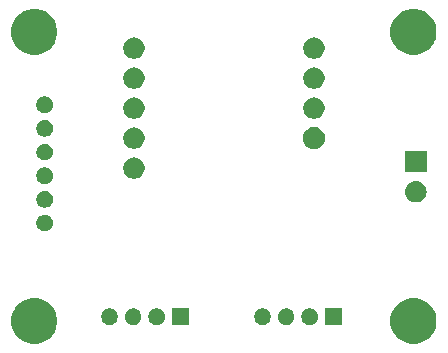
<source format=gbr>
G04 #@! TF.GenerationSoftware,KiCad,Pcbnew,(5.1.2)-1*
G04 #@! TF.CreationDate,2020-12-18T00:18:45+09:00*
G04 #@! TF.ProjectId,M5Atom_CAN,4d354174-6f6d-45f4-9341-4e2e6b696361,rev?*
G04 #@! TF.SameCoordinates,Original*
G04 #@! TF.FileFunction,Soldermask,Top*
G04 #@! TF.FilePolarity,Negative*
%FSLAX46Y46*%
G04 Gerber Fmt 4.6, Leading zero omitted, Abs format (unit mm)*
G04 Created by KiCad (PCBNEW (5.1.2)-1) date 2020-12-18 00:18:45*
%MOMM*%
%LPD*%
G04 APERTURE LIST*
%ADD10C,0.100000*%
G04 APERTURE END LIST*
D10*
G36*
X166733085Y-134823975D02*
G01*
X167088143Y-134971045D01*
X167088145Y-134971046D01*
X167407690Y-135184559D01*
X167679441Y-135456310D01*
X167815501Y-135659939D01*
X167892955Y-135775857D01*
X168040025Y-136130915D01*
X168115000Y-136507842D01*
X168115000Y-136892158D01*
X168040025Y-137269085D01*
X167892955Y-137624143D01*
X167892954Y-137624145D01*
X167679441Y-137943690D01*
X167407690Y-138215441D01*
X167088145Y-138428954D01*
X167088144Y-138428955D01*
X167088143Y-138428955D01*
X166733085Y-138576025D01*
X166356158Y-138651000D01*
X165971842Y-138651000D01*
X165594915Y-138576025D01*
X165239857Y-138428955D01*
X165239856Y-138428955D01*
X165239855Y-138428954D01*
X164920310Y-138215441D01*
X164648559Y-137943690D01*
X164435046Y-137624145D01*
X164435045Y-137624143D01*
X164287975Y-137269085D01*
X164213000Y-136892158D01*
X164213000Y-136507842D01*
X164287975Y-136130915D01*
X164435045Y-135775857D01*
X164512499Y-135659939D01*
X164648559Y-135456310D01*
X164920310Y-135184559D01*
X165239855Y-134971046D01*
X165239857Y-134971045D01*
X165594915Y-134823975D01*
X165971842Y-134749000D01*
X166356158Y-134749000D01*
X166733085Y-134823975D01*
X166733085Y-134823975D01*
G37*
G36*
X134633085Y-134823975D02*
G01*
X134988143Y-134971045D01*
X134988145Y-134971046D01*
X135307690Y-135184559D01*
X135579441Y-135456310D01*
X135715501Y-135659939D01*
X135792955Y-135775857D01*
X135940025Y-136130915D01*
X136015000Y-136507842D01*
X136015000Y-136892158D01*
X135940025Y-137269085D01*
X135792955Y-137624143D01*
X135792954Y-137624145D01*
X135579441Y-137943690D01*
X135307690Y-138215441D01*
X134988145Y-138428954D01*
X134988144Y-138428955D01*
X134988143Y-138428955D01*
X134633085Y-138576025D01*
X134256158Y-138651000D01*
X133871842Y-138651000D01*
X133494915Y-138576025D01*
X133139857Y-138428955D01*
X133139856Y-138428955D01*
X133139855Y-138428954D01*
X132820310Y-138215441D01*
X132548559Y-137943690D01*
X132335046Y-137624145D01*
X132335045Y-137624143D01*
X132187975Y-137269085D01*
X132113000Y-136892158D01*
X132113000Y-136507842D01*
X132187975Y-136130915D01*
X132335045Y-135775857D01*
X132412499Y-135659939D01*
X132548559Y-135456310D01*
X132820310Y-135184559D01*
X133139855Y-134971046D01*
X133139857Y-134971045D01*
X133494915Y-134823975D01*
X133871842Y-134749000D01*
X134256158Y-134749000D01*
X134633085Y-134823975D01*
X134633085Y-134823975D01*
G37*
G36*
X147132000Y-137035000D02*
G01*
X145730000Y-137035000D01*
X145730000Y-135633000D01*
X147132000Y-135633000D01*
X147132000Y-137035000D01*
X147132000Y-137035000D01*
G37*
G36*
X144635473Y-135659938D02*
G01*
X144763049Y-135712782D01*
X144877859Y-135789495D01*
X144975505Y-135887141D01*
X145052218Y-136001951D01*
X145105062Y-136129527D01*
X145132000Y-136264956D01*
X145132000Y-136403044D01*
X145105062Y-136538473D01*
X145052218Y-136666049D01*
X144975505Y-136780859D01*
X144877859Y-136878505D01*
X144763049Y-136955218D01*
X144635473Y-137008062D01*
X144500044Y-137035000D01*
X144361956Y-137035000D01*
X144226527Y-137008062D01*
X144098951Y-136955218D01*
X143984141Y-136878505D01*
X143886495Y-136780859D01*
X143809782Y-136666049D01*
X143756938Y-136538473D01*
X143730000Y-136403044D01*
X143730000Y-136264956D01*
X143756938Y-136129527D01*
X143809782Y-136001951D01*
X143886495Y-135887141D01*
X143984141Y-135789495D01*
X144098951Y-135712782D01*
X144226527Y-135659938D01*
X144361956Y-135633000D01*
X144500044Y-135633000D01*
X144635473Y-135659938D01*
X144635473Y-135659938D01*
G37*
G36*
X142635473Y-135659938D02*
G01*
X142763049Y-135712782D01*
X142877859Y-135789495D01*
X142975505Y-135887141D01*
X143052218Y-136001951D01*
X143105062Y-136129527D01*
X143132000Y-136264956D01*
X143132000Y-136403044D01*
X143105062Y-136538473D01*
X143052218Y-136666049D01*
X142975505Y-136780859D01*
X142877859Y-136878505D01*
X142763049Y-136955218D01*
X142635473Y-137008062D01*
X142500044Y-137035000D01*
X142361956Y-137035000D01*
X142226527Y-137008062D01*
X142098951Y-136955218D01*
X141984141Y-136878505D01*
X141886495Y-136780859D01*
X141809782Y-136666049D01*
X141756938Y-136538473D01*
X141730000Y-136403044D01*
X141730000Y-136264956D01*
X141756938Y-136129527D01*
X141809782Y-136001951D01*
X141886495Y-135887141D01*
X141984141Y-135789495D01*
X142098951Y-135712782D01*
X142226527Y-135659938D01*
X142361956Y-135633000D01*
X142500044Y-135633000D01*
X142635473Y-135659938D01*
X142635473Y-135659938D01*
G37*
G36*
X140635473Y-135659938D02*
G01*
X140763049Y-135712782D01*
X140877859Y-135789495D01*
X140975505Y-135887141D01*
X141052218Y-136001951D01*
X141105062Y-136129527D01*
X141132000Y-136264956D01*
X141132000Y-136403044D01*
X141105062Y-136538473D01*
X141052218Y-136666049D01*
X140975505Y-136780859D01*
X140877859Y-136878505D01*
X140763049Y-136955218D01*
X140635473Y-137008062D01*
X140500044Y-137035000D01*
X140361956Y-137035000D01*
X140226527Y-137008062D01*
X140098951Y-136955218D01*
X139984141Y-136878505D01*
X139886495Y-136780859D01*
X139809782Y-136666049D01*
X139756938Y-136538473D01*
X139730000Y-136403044D01*
X139730000Y-136264956D01*
X139756938Y-136129527D01*
X139809782Y-136001951D01*
X139886495Y-135887141D01*
X139984141Y-135789495D01*
X140098951Y-135712782D01*
X140226527Y-135659938D01*
X140361956Y-135633000D01*
X140500044Y-135633000D01*
X140635473Y-135659938D01*
X140635473Y-135659938D01*
G37*
G36*
X160086000Y-137035000D02*
G01*
X158684000Y-137035000D01*
X158684000Y-135633000D01*
X160086000Y-135633000D01*
X160086000Y-137035000D01*
X160086000Y-137035000D01*
G37*
G36*
X157589473Y-135659938D02*
G01*
X157717049Y-135712782D01*
X157831859Y-135789495D01*
X157929505Y-135887141D01*
X158006218Y-136001951D01*
X158059062Y-136129527D01*
X158086000Y-136264956D01*
X158086000Y-136403044D01*
X158059062Y-136538473D01*
X158006218Y-136666049D01*
X157929505Y-136780859D01*
X157831859Y-136878505D01*
X157717049Y-136955218D01*
X157589473Y-137008062D01*
X157454044Y-137035000D01*
X157315956Y-137035000D01*
X157180527Y-137008062D01*
X157052951Y-136955218D01*
X156938141Y-136878505D01*
X156840495Y-136780859D01*
X156763782Y-136666049D01*
X156710938Y-136538473D01*
X156684000Y-136403044D01*
X156684000Y-136264956D01*
X156710938Y-136129527D01*
X156763782Y-136001951D01*
X156840495Y-135887141D01*
X156938141Y-135789495D01*
X157052951Y-135712782D01*
X157180527Y-135659938D01*
X157315956Y-135633000D01*
X157454044Y-135633000D01*
X157589473Y-135659938D01*
X157589473Y-135659938D01*
G37*
G36*
X155589473Y-135659938D02*
G01*
X155717049Y-135712782D01*
X155831859Y-135789495D01*
X155929505Y-135887141D01*
X156006218Y-136001951D01*
X156059062Y-136129527D01*
X156086000Y-136264956D01*
X156086000Y-136403044D01*
X156059062Y-136538473D01*
X156006218Y-136666049D01*
X155929505Y-136780859D01*
X155831859Y-136878505D01*
X155717049Y-136955218D01*
X155589473Y-137008062D01*
X155454044Y-137035000D01*
X155315956Y-137035000D01*
X155180527Y-137008062D01*
X155052951Y-136955218D01*
X154938141Y-136878505D01*
X154840495Y-136780859D01*
X154763782Y-136666049D01*
X154710938Y-136538473D01*
X154684000Y-136403044D01*
X154684000Y-136264956D01*
X154710938Y-136129527D01*
X154763782Y-136001951D01*
X154840495Y-135887141D01*
X154938141Y-135789495D01*
X155052951Y-135712782D01*
X155180527Y-135659938D01*
X155315956Y-135633000D01*
X155454044Y-135633000D01*
X155589473Y-135659938D01*
X155589473Y-135659938D01*
G37*
G36*
X153589473Y-135659938D02*
G01*
X153717049Y-135712782D01*
X153831859Y-135789495D01*
X153929505Y-135887141D01*
X154006218Y-136001951D01*
X154059062Y-136129527D01*
X154086000Y-136264956D01*
X154086000Y-136403044D01*
X154059062Y-136538473D01*
X154006218Y-136666049D01*
X153929505Y-136780859D01*
X153831859Y-136878505D01*
X153717049Y-136955218D01*
X153589473Y-137008062D01*
X153454044Y-137035000D01*
X153315956Y-137035000D01*
X153180527Y-137008062D01*
X153052951Y-136955218D01*
X152938141Y-136878505D01*
X152840495Y-136780859D01*
X152763782Y-136666049D01*
X152710938Y-136538473D01*
X152684000Y-136403044D01*
X152684000Y-136264956D01*
X152710938Y-136129527D01*
X152763782Y-136001951D01*
X152840495Y-135887141D01*
X152938141Y-135789495D01*
X153052951Y-135712782D01*
X153180527Y-135659938D01*
X153315956Y-135633000D01*
X153454044Y-135633000D01*
X153589473Y-135659938D01*
X153589473Y-135659938D01*
G37*
G36*
X135142473Y-127722938D02*
G01*
X135270049Y-127775782D01*
X135384859Y-127852495D01*
X135482505Y-127950141D01*
X135559218Y-128064951D01*
X135612062Y-128192527D01*
X135639000Y-128327956D01*
X135639000Y-128466044D01*
X135612062Y-128601473D01*
X135559218Y-128729049D01*
X135482505Y-128843859D01*
X135384859Y-128941505D01*
X135270049Y-129018218D01*
X135142473Y-129071062D01*
X135007044Y-129098000D01*
X134868956Y-129098000D01*
X134733527Y-129071062D01*
X134605951Y-129018218D01*
X134491141Y-128941505D01*
X134393495Y-128843859D01*
X134316782Y-128729049D01*
X134263938Y-128601473D01*
X134237000Y-128466044D01*
X134237000Y-128327956D01*
X134263938Y-128192527D01*
X134316782Y-128064951D01*
X134393495Y-127950141D01*
X134491141Y-127852495D01*
X134605951Y-127775782D01*
X134733527Y-127722938D01*
X134868956Y-127696000D01*
X135007044Y-127696000D01*
X135142473Y-127722938D01*
X135142473Y-127722938D01*
G37*
G36*
X135142473Y-125722938D02*
G01*
X135270049Y-125775782D01*
X135384859Y-125852495D01*
X135482505Y-125950141D01*
X135559218Y-126064951D01*
X135612062Y-126192527D01*
X135639000Y-126327956D01*
X135639000Y-126466044D01*
X135612062Y-126601473D01*
X135559218Y-126729049D01*
X135482505Y-126843859D01*
X135384859Y-126941505D01*
X135270049Y-127018218D01*
X135142473Y-127071062D01*
X135007044Y-127098000D01*
X134868956Y-127098000D01*
X134733527Y-127071062D01*
X134605951Y-127018218D01*
X134491141Y-126941505D01*
X134393495Y-126843859D01*
X134316782Y-126729049D01*
X134263938Y-126601473D01*
X134237000Y-126466044D01*
X134237000Y-126327956D01*
X134263938Y-126192527D01*
X134316782Y-126064951D01*
X134393495Y-125950141D01*
X134491141Y-125852495D01*
X134605951Y-125775782D01*
X134733527Y-125722938D01*
X134868956Y-125696000D01*
X135007044Y-125696000D01*
X135142473Y-125722938D01*
X135142473Y-125722938D01*
G37*
G36*
X166480443Y-124860519D02*
G01*
X166546627Y-124867037D01*
X166716466Y-124918557D01*
X166872991Y-125002222D01*
X166892482Y-125018218D01*
X167010186Y-125114814D01*
X167093448Y-125216271D01*
X167122778Y-125252009D01*
X167206443Y-125408534D01*
X167257963Y-125578373D01*
X167275359Y-125755000D01*
X167257963Y-125931627D01*
X167206443Y-126101466D01*
X167122778Y-126257991D01*
X167093448Y-126293729D01*
X167010186Y-126395186D01*
X166923846Y-126466042D01*
X166872991Y-126507778D01*
X166716466Y-126591443D01*
X166546627Y-126642963D01*
X166480443Y-126649481D01*
X166414260Y-126656000D01*
X166325740Y-126656000D01*
X166259557Y-126649481D01*
X166193373Y-126642963D01*
X166023534Y-126591443D01*
X165867009Y-126507778D01*
X165816154Y-126466042D01*
X165729814Y-126395186D01*
X165646552Y-126293729D01*
X165617222Y-126257991D01*
X165533557Y-126101466D01*
X165482037Y-125931627D01*
X165464641Y-125755000D01*
X165482037Y-125578373D01*
X165533557Y-125408534D01*
X165617222Y-125252009D01*
X165646552Y-125216271D01*
X165729814Y-125114814D01*
X165847518Y-125018218D01*
X165867009Y-125002222D01*
X166023534Y-124918557D01*
X166193373Y-124867037D01*
X166259557Y-124860519D01*
X166325740Y-124854000D01*
X166414260Y-124854000D01*
X166480443Y-124860519D01*
X166480443Y-124860519D01*
G37*
G36*
X135142473Y-123722938D02*
G01*
X135270049Y-123775782D01*
X135384859Y-123852495D01*
X135482505Y-123950141D01*
X135559218Y-124064951D01*
X135612062Y-124192527D01*
X135639000Y-124327956D01*
X135639000Y-124466044D01*
X135612062Y-124601473D01*
X135559218Y-124729049D01*
X135482505Y-124843859D01*
X135384859Y-124941505D01*
X135270049Y-125018218D01*
X135142473Y-125071062D01*
X135007044Y-125098000D01*
X134868956Y-125098000D01*
X134733527Y-125071062D01*
X134605951Y-125018218D01*
X134491141Y-124941505D01*
X134393495Y-124843859D01*
X134316782Y-124729049D01*
X134263938Y-124601473D01*
X134237000Y-124466044D01*
X134237000Y-124327956D01*
X134263938Y-124192527D01*
X134316782Y-124064951D01*
X134393495Y-123950141D01*
X134491141Y-123852495D01*
X134605951Y-123775782D01*
X134733527Y-123722938D01*
X134868956Y-123696000D01*
X135007044Y-123696000D01*
X135142473Y-123722938D01*
X135142473Y-123722938D01*
G37*
G36*
X142607512Y-122865927D02*
G01*
X142756812Y-122895624D01*
X142920784Y-122963544D01*
X143068354Y-123062147D01*
X143193853Y-123187646D01*
X143292456Y-123335216D01*
X143360376Y-123499188D01*
X143395000Y-123673259D01*
X143395000Y-123850741D01*
X143360376Y-124024812D01*
X143292456Y-124188784D01*
X143193853Y-124336354D01*
X143068354Y-124461853D01*
X142920784Y-124560456D01*
X142756812Y-124628376D01*
X142607512Y-124658073D01*
X142582742Y-124663000D01*
X142405258Y-124663000D01*
X142380488Y-124658073D01*
X142231188Y-124628376D01*
X142067216Y-124560456D01*
X141919646Y-124461853D01*
X141794147Y-124336354D01*
X141695544Y-124188784D01*
X141627624Y-124024812D01*
X141593000Y-123850741D01*
X141593000Y-123673259D01*
X141627624Y-123499188D01*
X141695544Y-123335216D01*
X141794147Y-123187646D01*
X141919646Y-123062147D01*
X142067216Y-122963544D01*
X142231188Y-122895624D01*
X142380488Y-122865927D01*
X142405258Y-122861000D01*
X142582742Y-122861000D01*
X142607512Y-122865927D01*
X142607512Y-122865927D01*
G37*
G36*
X167271000Y-124116000D02*
G01*
X165469000Y-124116000D01*
X165469000Y-122314000D01*
X167271000Y-122314000D01*
X167271000Y-124116000D01*
X167271000Y-124116000D01*
G37*
G36*
X135142473Y-121722938D02*
G01*
X135270049Y-121775782D01*
X135384859Y-121852495D01*
X135482505Y-121950141D01*
X135559218Y-122064951D01*
X135612062Y-122192527D01*
X135639000Y-122327956D01*
X135639000Y-122466044D01*
X135612062Y-122601473D01*
X135559218Y-122729049D01*
X135482505Y-122843859D01*
X135384859Y-122941505D01*
X135270049Y-123018218D01*
X135142473Y-123071062D01*
X135007044Y-123098000D01*
X134868956Y-123098000D01*
X134733527Y-123071062D01*
X134605951Y-123018218D01*
X134491141Y-122941505D01*
X134393495Y-122843859D01*
X134316782Y-122729049D01*
X134263938Y-122601473D01*
X134237000Y-122466044D01*
X134237000Y-122327956D01*
X134263938Y-122192527D01*
X134316782Y-122064951D01*
X134393495Y-121950141D01*
X134491141Y-121852495D01*
X134605951Y-121775782D01*
X134733527Y-121722938D01*
X134868956Y-121696000D01*
X135007044Y-121696000D01*
X135142473Y-121722938D01*
X135142473Y-121722938D01*
G37*
G36*
X158007925Y-120318988D02*
G01*
X158178829Y-120389779D01*
X158178831Y-120389780D01*
X158229362Y-120423544D01*
X158332641Y-120492553D01*
X158463447Y-120623359D01*
X158566221Y-120777171D01*
X158637012Y-120948075D01*
X158673100Y-121129505D01*
X158673100Y-121314495D01*
X158637012Y-121495925D01*
X158566221Y-121666829D01*
X158566220Y-121666831D01*
X158463447Y-121820641D01*
X158332641Y-121951447D01*
X158178831Y-122054220D01*
X158178830Y-122054221D01*
X158178829Y-122054221D01*
X158007925Y-122125012D01*
X157826495Y-122161100D01*
X157641505Y-122161100D01*
X157460075Y-122125012D01*
X157289171Y-122054221D01*
X157289170Y-122054221D01*
X157289169Y-122054220D01*
X157135359Y-121951447D01*
X157004553Y-121820641D01*
X156901780Y-121666831D01*
X156901779Y-121666829D01*
X156830988Y-121495925D01*
X156794900Y-121314495D01*
X156794900Y-121129505D01*
X156830988Y-120948075D01*
X156901779Y-120777171D01*
X157004553Y-120623359D01*
X157135359Y-120492553D01*
X157238638Y-120423544D01*
X157289169Y-120389780D01*
X157289171Y-120389779D01*
X157460075Y-120318988D01*
X157641505Y-120282900D01*
X157826495Y-120282900D01*
X158007925Y-120318988D01*
X158007925Y-120318988D01*
G37*
G36*
X142607512Y-120325927D02*
G01*
X142756812Y-120355624D01*
X142920784Y-120423544D01*
X143068354Y-120522147D01*
X143193853Y-120647646D01*
X143292456Y-120795216D01*
X143360376Y-120959188D01*
X143395000Y-121133259D01*
X143395000Y-121310741D01*
X143360376Y-121484812D01*
X143292456Y-121648784D01*
X143193853Y-121796354D01*
X143068354Y-121921853D01*
X142920784Y-122020456D01*
X142756812Y-122088376D01*
X142607512Y-122118073D01*
X142582742Y-122123000D01*
X142405258Y-122123000D01*
X142380488Y-122118073D01*
X142231188Y-122088376D01*
X142067216Y-122020456D01*
X141919646Y-121921853D01*
X141794147Y-121796354D01*
X141695544Y-121648784D01*
X141627624Y-121484812D01*
X141593000Y-121310741D01*
X141593000Y-121133259D01*
X141627624Y-120959188D01*
X141695544Y-120795216D01*
X141794147Y-120647646D01*
X141919646Y-120522147D01*
X142067216Y-120423544D01*
X142231188Y-120355624D01*
X142380488Y-120325927D01*
X142405258Y-120321000D01*
X142582742Y-120321000D01*
X142607512Y-120325927D01*
X142607512Y-120325927D01*
G37*
G36*
X135142473Y-119722938D02*
G01*
X135270049Y-119775782D01*
X135384859Y-119852495D01*
X135482505Y-119950141D01*
X135559218Y-120064951D01*
X135612062Y-120192527D01*
X135639000Y-120327956D01*
X135639000Y-120466044D01*
X135612062Y-120601473D01*
X135559218Y-120729049D01*
X135482505Y-120843859D01*
X135384859Y-120941505D01*
X135270049Y-121018218D01*
X135142473Y-121071062D01*
X135007044Y-121098000D01*
X134868956Y-121098000D01*
X134733527Y-121071062D01*
X134605951Y-121018218D01*
X134491141Y-120941505D01*
X134393495Y-120843859D01*
X134316782Y-120729049D01*
X134263938Y-120601473D01*
X134237000Y-120466044D01*
X134237000Y-120327956D01*
X134263938Y-120192527D01*
X134316782Y-120064951D01*
X134393495Y-119950141D01*
X134491141Y-119852495D01*
X134605951Y-119775782D01*
X134733527Y-119722938D01*
X134868956Y-119696000D01*
X135007044Y-119696000D01*
X135142473Y-119722938D01*
X135142473Y-119722938D01*
G37*
G36*
X142607512Y-117785927D02*
G01*
X142756812Y-117815624D01*
X142920784Y-117883544D01*
X143068354Y-117982147D01*
X143193853Y-118107646D01*
X143292456Y-118255216D01*
X143360376Y-118419188D01*
X143395000Y-118593259D01*
X143395000Y-118770741D01*
X143360376Y-118944812D01*
X143292456Y-119108784D01*
X143193853Y-119256354D01*
X143068354Y-119381853D01*
X142920784Y-119480456D01*
X142756812Y-119548376D01*
X142607512Y-119578073D01*
X142582742Y-119583000D01*
X142405258Y-119583000D01*
X142380488Y-119578073D01*
X142231188Y-119548376D01*
X142067216Y-119480456D01*
X141919646Y-119381853D01*
X141794147Y-119256354D01*
X141695544Y-119108784D01*
X141627624Y-118944812D01*
X141593000Y-118770741D01*
X141593000Y-118593259D01*
X141627624Y-118419188D01*
X141695544Y-118255216D01*
X141794147Y-118107646D01*
X141919646Y-117982147D01*
X142067216Y-117883544D01*
X142231188Y-117815624D01*
X142380488Y-117785927D01*
X142405258Y-117781000D01*
X142582742Y-117781000D01*
X142607512Y-117785927D01*
X142607512Y-117785927D01*
G37*
G36*
X157847512Y-117785927D02*
G01*
X157996812Y-117815624D01*
X158160784Y-117883544D01*
X158308354Y-117982147D01*
X158433853Y-118107646D01*
X158532456Y-118255216D01*
X158600376Y-118419188D01*
X158635000Y-118593259D01*
X158635000Y-118770741D01*
X158600376Y-118944812D01*
X158532456Y-119108784D01*
X158433853Y-119256354D01*
X158308354Y-119381853D01*
X158160784Y-119480456D01*
X157996812Y-119548376D01*
X157847512Y-119578073D01*
X157822742Y-119583000D01*
X157645258Y-119583000D01*
X157620488Y-119578073D01*
X157471188Y-119548376D01*
X157307216Y-119480456D01*
X157159646Y-119381853D01*
X157034147Y-119256354D01*
X156935544Y-119108784D01*
X156867624Y-118944812D01*
X156833000Y-118770741D01*
X156833000Y-118593259D01*
X156867624Y-118419188D01*
X156935544Y-118255216D01*
X157034147Y-118107646D01*
X157159646Y-117982147D01*
X157307216Y-117883544D01*
X157471188Y-117815624D01*
X157620488Y-117785927D01*
X157645258Y-117781000D01*
X157822742Y-117781000D01*
X157847512Y-117785927D01*
X157847512Y-117785927D01*
G37*
G36*
X135142473Y-117722938D02*
G01*
X135270049Y-117775782D01*
X135384859Y-117852495D01*
X135482505Y-117950141D01*
X135559218Y-118064951D01*
X135612062Y-118192527D01*
X135639000Y-118327956D01*
X135639000Y-118466044D01*
X135612062Y-118601473D01*
X135559218Y-118729049D01*
X135482505Y-118843859D01*
X135384859Y-118941505D01*
X135270049Y-119018218D01*
X135142473Y-119071062D01*
X135007044Y-119098000D01*
X134868956Y-119098000D01*
X134733527Y-119071062D01*
X134605951Y-119018218D01*
X134491141Y-118941505D01*
X134393495Y-118843859D01*
X134316782Y-118729049D01*
X134263938Y-118601473D01*
X134237000Y-118466044D01*
X134237000Y-118327956D01*
X134263938Y-118192527D01*
X134316782Y-118064951D01*
X134393495Y-117950141D01*
X134491141Y-117852495D01*
X134605951Y-117775782D01*
X134733527Y-117722938D01*
X134868956Y-117696000D01*
X135007044Y-117696000D01*
X135142473Y-117722938D01*
X135142473Y-117722938D01*
G37*
G36*
X157847512Y-115245927D02*
G01*
X157996812Y-115275624D01*
X158160784Y-115343544D01*
X158308354Y-115442147D01*
X158433853Y-115567646D01*
X158532456Y-115715216D01*
X158600376Y-115879188D01*
X158635000Y-116053259D01*
X158635000Y-116230741D01*
X158600376Y-116404812D01*
X158532456Y-116568784D01*
X158433853Y-116716354D01*
X158308354Y-116841853D01*
X158160784Y-116940456D01*
X157996812Y-117008376D01*
X157847512Y-117038073D01*
X157822742Y-117043000D01*
X157645258Y-117043000D01*
X157620488Y-117038073D01*
X157471188Y-117008376D01*
X157307216Y-116940456D01*
X157159646Y-116841853D01*
X157034147Y-116716354D01*
X156935544Y-116568784D01*
X156867624Y-116404812D01*
X156833000Y-116230741D01*
X156833000Y-116053259D01*
X156867624Y-115879188D01*
X156935544Y-115715216D01*
X157034147Y-115567646D01*
X157159646Y-115442147D01*
X157307216Y-115343544D01*
X157471188Y-115275624D01*
X157620488Y-115245927D01*
X157645258Y-115241000D01*
X157822742Y-115241000D01*
X157847512Y-115245927D01*
X157847512Y-115245927D01*
G37*
G36*
X142607512Y-115245927D02*
G01*
X142756812Y-115275624D01*
X142920784Y-115343544D01*
X143068354Y-115442147D01*
X143193853Y-115567646D01*
X143292456Y-115715216D01*
X143360376Y-115879188D01*
X143395000Y-116053259D01*
X143395000Y-116230741D01*
X143360376Y-116404812D01*
X143292456Y-116568784D01*
X143193853Y-116716354D01*
X143068354Y-116841853D01*
X142920784Y-116940456D01*
X142756812Y-117008376D01*
X142607512Y-117038073D01*
X142582742Y-117043000D01*
X142405258Y-117043000D01*
X142380488Y-117038073D01*
X142231188Y-117008376D01*
X142067216Y-116940456D01*
X141919646Y-116841853D01*
X141794147Y-116716354D01*
X141695544Y-116568784D01*
X141627624Y-116404812D01*
X141593000Y-116230741D01*
X141593000Y-116053259D01*
X141627624Y-115879188D01*
X141695544Y-115715216D01*
X141794147Y-115567646D01*
X141919646Y-115442147D01*
X142067216Y-115343544D01*
X142231188Y-115275624D01*
X142380488Y-115245927D01*
X142405258Y-115241000D01*
X142582742Y-115241000D01*
X142607512Y-115245927D01*
X142607512Y-115245927D01*
G37*
G36*
X157847512Y-112705927D02*
G01*
X157996812Y-112735624D01*
X158160784Y-112803544D01*
X158308354Y-112902147D01*
X158433853Y-113027646D01*
X158532456Y-113175216D01*
X158600376Y-113339188D01*
X158635000Y-113513259D01*
X158635000Y-113690741D01*
X158600376Y-113864812D01*
X158532456Y-114028784D01*
X158433853Y-114176354D01*
X158308354Y-114301853D01*
X158160784Y-114400456D01*
X157996812Y-114468376D01*
X157847512Y-114498073D01*
X157822742Y-114503000D01*
X157645258Y-114503000D01*
X157620488Y-114498073D01*
X157471188Y-114468376D01*
X157307216Y-114400456D01*
X157159646Y-114301853D01*
X157034147Y-114176354D01*
X156935544Y-114028784D01*
X156867624Y-113864812D01*
X156833000Y-113690741D01*
X156833000Y-113513259D01*
X156867624Y-113339188D01*
X156935544Y-113175216D01*
X157034147Y-113027646D01*
X157159646Y-112902147D01*
X157307216Y-112803544D01*
X157471188Y-112735624D01*
X157620488Y-112705927D01*
X157645258Y-112701000D01*
X157822742Y-112701000D01*
X157847512Y-112705927D01*
X157847512Y-112705927D01*
G37*
G36*
X142607512Y-112705927D02*
G01*
X142756812Y-112735624D01*
X142920784Y-112803544D01*
X143068354Y-112902147D01*
X143193853Y-113027646D01*
X143292456Y-113175216D01*
X143360376Y-113339188D01*
X143395000Y-113513259D01*
X143395000Y-113690741D01*
X143360376Y-113864812D01*
X143292456Y-114028784D01*
X143193853Y-114176354D01*
X143068354Y-114301853D01*
X142920784Y-114400456D01*
X142756812Y-114468376D01*
X142607512Y-114498073D01*
X142582742Y-114503000D01*
X142405258Y-114503000D01*
X142380488Y-114498073D01*
X142231188Y-114468376D01*
X142067216Y-114400456D01*
X141919646Y-114301853D01*
X141794147Y-114176354D01*
X141695544Y-114028784D01*
X141627624Y-113864812D01*
X141593000Y-113690741D01*
X141593000Y-113513259D01*
X141627624Y-113339188D01*
X141695544Y-113175216D01*
X141794147Y-113027646D01*
X141919646Y-112902147D01*
X142067216Y-112803544D01*
X142231188Y-112735624D01*
X142380488Y-112705927D01*
X142405258Y-112701000D01*
X142582742Y-112701000D01*
X142607512Y-112705927D01*
X142607512Y-112705927D01*
G37*
G36*
X134633085Y-110343975D02*
G01*
X134988143Y-110491045D01*
X134988145Y-110491046D01*
X135307690Y-110704559D01*
X135579441Y-110976310D01*
X135792954Y-111295855D01*
X135792955Y-111295857D01*
X135940025Y-111650915D01*
X136015000Y-112027842D01*
X136015000Y-112412158D01*
X135940025Y-112789085D01*
X135841209Y-113027647D01*
X135792954Y-113144145D01*
X135579441Y-113463690D01*
X135307690Y-113735441D01*
X134988145Y-113948954D01*
X134988144Y-113948955D01*
X134988143Y-113948955D01*
X134633085Y-114096025D01*
X134256158Y-114171000D01*
X133871842Y-114171000D01*
X133494915Y-114096025D01*
X133139857Y-113948955D01*
X133139856Y-113948955D01*
X133139855Y-113948954D01*
X132820310Y-113735441D01*
X132548559Y-113463690D01*
X132335046Y-113144145D01*
X132286791Y-113027647D01*
X132187975Y-112789085D01*
X132113000Y-112412158D01*
X132113000Y-112027842D01*
X132187975Y-111650915D01*
X132335045Y-111295857D01*
X132335046Y-111295855D01*
X132548559Y-110976310D01*
X132820310Y-110704559D01*
X133139855Y-110491046D01*
X133139857Y-110491045D01*
X133494915Y-110343975D01*
X133871842Y-110269000D01*
X134256158Y-110269000D01*
X134633085Y-110343975D01*
X134633085Y-110343975D01*
G37*
G36*
X166733085Y-110343975D02*
G01*
X167088143Y-110491045D01*
X167088145Y-110491046D01*
X167407690Y-110704559D01*
X167679441Y-110976310D01*
X167892954Y-111295855D01*
X167892955Y-111295857D01*
X168040025Y-111650915D01*
X168115000Y-112027842D01*
X168115000Y-112412158D01*
X168040025Y-112789085D01*
X167941209Y-113027647D01*
X167892954Y-113144145D01*
X167679441Y-113463690D01*
X167407690Y-113735441D01*
X167088145Y-113948954D01*
X167088144Y-113948955D01*
X167088143Y-113948955D01*
X166733085Y-114096025D01*
X166356158Y-114171000D01*
X165971842Y-114171000D01*
X165594915Y-114096025D01*
X165239857Y-113948955D01*
X165239856Y-113948955D01*
X165239855Y-113948954D01*
X164920310Y-113735441D01*
X164648559Y-113463690D01*
X164435046Y-113144145D01*
X164386791Y-113027647D01*
X164287975Y-112789085D01*
X164213000Y-112412158D01*
X164213000Y-112027842D01*
X164287975Y-111650915D01*
X164435045Y-111295857D01*
X164435046Y-111295855D01*
X164648559Y-110976310D01*
X164920310Y-110704559D01*
X165239855Y-110491046D01*
X165239857Y-110491045D01*
X165594915Y-110343975D01*
X165971842Y-110269000D01*
X166356158Y-110269000D01*
X166733085Y-110343975D01*
X166733085Y-110343975D01*
G37*
M02*

</source>
